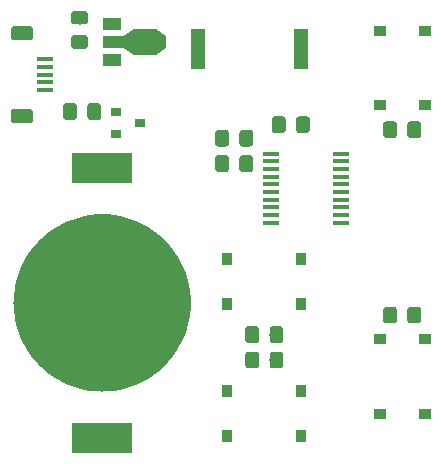
<source format=gbr>
G04 #@! TF.GenerationSoftware,KiCad,Pcbnew,5.1.4*
G04 #@! TF.CreationDate,2019-09-01T13:26:14+02:00*
G04 #@! TF.ProjectId,kroneum,6b726f6e-6575-46d2-9e6b-696361645f70,rev?*
G04 #@! TF.SameCoordinates,PX9eae8f0PY7ec80e0*
G04 #@! TF.FileFunction,Paste,Top*
G04 #@! TF.FilePolarity,Positive*
%FSLAX46Y46*%
G04 Gerber Fmt 4.6, Leading zero omitted, Abs format (unit mm)*
G04 Created by KiCad (PCBNEW 5.1.4) date 2019-09-01 13:26:14*
%MOMM*%
%LPD*%
G04 APERTURE LIST*
%ADD10C,0.020000*%
%ADD11C,1.200000*%
%ADD12R,1.350000X0.400000*%
%ADD13R,1.450000X0.400000*%
%ADD14C,1.000000*%
%ADD15R,1.840000X2.200000*%
%ADD16R,1.500000X1.000000*%
%ADD17R,1.800000X1.000000*%
%ADD18C,0.850000*%
%ADD19R,1.000000X0.850000*%
%ADD20C,1.150000*%
%ADD21R,0.900000X0.800000*%
%ADD22R,1.300000X3.400000*%
%ADD23R,0.850000X1.000000*%
%ADD24R,5.100000X2.500000*%
%ADD25C,15.000000*%
G04 APERTURE END LIST*
D10*
G04 #@! TO.C,J1*
G36*
X-38210595Y29588555D02*
G01*
X-38181473Y29584236D01*
X-38152915Y29577082D01*
X-38125195Y29567164D01*
X-38098581Y29554576D01*
X-38073329Y29539441D01*
X-38049682Y29521903D01*
X-38027868Y29502132D01*
X-38008097Y29480318D01*
X-37990559Y29456671D01*
X-37975424Y29431419D01*
X-37962836Y29404805D01*
X-37952918Y29377085D01*
X-37945764Y29348527D01*
X-37941445Y29319405D01*
X-37940000Y29290000D01*
X-37940000Y28690000D01*
X-37941445Y28660595D01*
X-37945764Y28631473D01*
X-37952918Y28602915D01*
X-37962836Y28575195D01*
X-37975424Y28548581D01*
X-37990559Y28523329D01*
X-38008097Y28499682D01*
X-38027868Y28477868D01*
X-38049682Y28458097D01*
X-38073329Y28440559D01*
X-38098581Y28425424D01*
X-38125195Y28412836D01*
X-38152915Y28402918D01*
X-38181473Y28395764D01*
X-38210595Y28391445D01*
X-38240000Y28390000D01*
X-39540000Y28390000D01*
X-39569405Y28391445D01*
X-39598527Y28395764D01*
X-39627085Y28402918D01*
X-39654805Y28412836D01*
X-39681419Y28425424D01*
X-39706671Y28440559D01*
X-39730318Y28458097D01*
X-39752132Y28477868D01*
X-39771903Y28499682D01*
X-39789441Y28523329D01*
X-39804576Y28548581D01*
X-39817164Y28575195D01*
X-39827082Y28602915D01*
X-39834236Y28631473D01*
X-39838555Y28660595D01*
X-39840000Y28690000D01*
X-39840000Y29290000D01*
X-39838555Y29319405D01*
X-39834236Y29348527D01*
X-39827082Y29377085D01*
X-39817164Y29404805D01*
X-39804576Y29431419D01*
X-39789441Y29456671D01*
X-39771903Y29480318D01*
X-39752132Y29502132D01*
X-39730318Y29521903D01*
X-39706671Y29539441D01*
X-39681419Y29554576D01*
X-39654805Y29567164D01*
X-39627085Y29577082D01*
X-39598527Y29584236D01*
X-39569405Y29588555D01*
X-39540000Y29590000D01*
X-38240000Y29590000D01*
X-38210595Y29588555D01*
X-38210595Y29588555D01*
G37*
D11*
X-38890000Y28990000D03*
D10*
G36*
X-38210595Y36588555D02*
G01*
X-38181473Y36584236D01*
X-38152915Y36577082D01*
X-38125195Y36567164D01*
X-38098581Y36554576D01*
X-38073329Y36539441D01*
X-38049682Y36521903D01*
X-38027868Y36502132D01*
X-38008097Y36480318D01*
X-37990559Y36456671D01*
X-37975424Y36431419D01*
X-37962836Y36404805D01*
X-37952918Y36377085D01*
X-37945764Y36348527D01*
X-37941445Y36319405D01*
X-37940000Y36290000D01*
X-37940000Y35690000D01*
X-37941445Y35660595D01*
X-37945764Y35631473D01*
X-37952918Y35602915D01*
X-37962836Y35575195D01*
X-37975424Y35548581D01*
X-37990559Y35523329D01*
X-38008097Y35499682D01*
X-38027868Y35477868D01*
X-38049682Y35458097D01*
X-38073329Y35440559D01*
X-38098581Y35425424D01*
X-38125195Y35412836D01*
X-38152915Y35402918D01*
X-38181473Y35395764D01*
X-38210595Y35391445D01*
X-38240000Y35390000D01*
X-39540000Y35390000D01*
X-39569405Y35391445D01*
X-39598527Y35395764D01*
X-39627085Y35402918D01*
X-39654805Y35412836D01*
X-39681419Y35425424D01*
X-39706671Y35440559D01*
X-39730318Y35458097D01*
X-39752132Y35477868D01*
X-39771903Y35499682D01*
X-39789441Y35523329D01*
X-39804576Y35548581D01*
X-39817164Y35575195D01*
X-39827082Y35602915D01*
X-39834236Y35631473D01*
X-39838555Y35660595D01*
X-39840000Y35690000D01*
X-39840000Y36290000D01*
X-39838555Y36319405D01*
X-39834236Y36348527D01*
X-39827082Y36377085D01*
X-39817164Y36404805D01*
X-39804576Y36431419D01*
X-39789441Y36456671D01*
X-39771903Y36480318D01*
X-39752132Y36502132D01*
X-39730318Y36521903D01*
X-39706671Y36539441D01*
X-39681419Y36554576D01*
X-39654805Y36567164D01*
X-39627085Y36577082D01*
X-39598527Y36584236D01*
X-39569405Y36588555D01*
X-39540000Y36590000D01*
X-38240000Y36590000D01*
X-38210595Y36588555D01*
X-38210595Y36588555D01*
G37*
D11*
X-38890000Y35990000D03*
D12*
X-36902500Y32490000D03*
X-36902500Y31840000D03*
X-36902500Y31190000D03*
X-36902500Y33790000D03*
X-36902500Y33140000D03*
G04 #@! TD*
D13*
G04 #@! TO.C,U1*
X-11865000Y19970000D03*
X-11865000Y20620000D03*
X-11865000Y21270000D03*
X-11865000Y21920000D03*
X-11865000Y22570000D03*
X-11865000Y23220000D03*
X-11865000Y23870000D03*
X-11865000Y24520000D03*
X-11865000Y25170000D03*
X-11865000Y25820000D03*
X-17765000Y25820000D03*
X-17765000Y25170000D03*
X-17765000Y24520000D03*
X-17765000Y23870000D03*
X-17765000Y23220000D03*
X-17765000Y22570000D03*
X-17765000Y21920000D03*
X-17765000Y21270000D03*
X-17765000Y20620000D03*
X-17765000Y19970000D03*
G04 #@! TD*
D14*
G04 #@! TO.C,U2*
X-29891200Y35280000D03*
D10*
G36*
X-29391200Y34180000D02*
G01*
X-30391200Y34880000D01*
X-30391200Y35680000D01*
X-29391200Y36380000D01*
X-29391200Y34180000D01*
X-29391200Y34180000D01*
G37*
D15*
X-28481500Y35280000D03*
D16*
X-31295000Y33780000D03*
D17*
X-31148500Y35280000D03*
D16*
X-31295000Y36780000D03*
D18*
X-27148000Y35280000D03*
D10*
G36*
X-27573000Y36380000D02*
G01*
X-26723000Y35780000D01*
X-26723000Y34780000D01*
X-27573000Y34180000D01*
X-27573000Y36380000D01*
X-27573000Y36380000D01*
G37*
G04 #@! TD*
D19*
G04 #@! TO.C,One*
X-4790000Y10090000D03*
X-4790000Y3790000D03*
X-8590000Y10090000D03*
X-8590000Y3790000D03*
G04 #@! TD*
D10*
G04 #@! TO.C,C1*
G36*
X-19540495Y25663796D02*
G01*
X-19516227Y25660196D01*
X-19492428Y25654235D01*
X-19469329Y25645970D01*
X-19447150Y25635480D01*
X-19426107Y25622868D01*
X-19406401Y25608253D01*
X-19388223Y25591777D01*
X-19371747Y25573599D01*
X-19357132Y25553893D01*
X-19344520Y25532850D01*
X-19334030Y25510671D01*
X-19325765Y25487572D01*
X-19319804Y25463773D01*
X-19316204Y25439505D01*
X-19315000Y25415001D01*
X-19315000Y24514999D01*
X-19316204Y24490495D01*
X-19319804Y24466227D01*
X-19325765Y24442428D01*
X-19334030Y24419329D01*
X-19344520Y24397150D01*
X-19357132Y24376107D01*
X-19371747Y24356401D01*
X-19388223Y24338223D01*
X-19406401Y24321747D01*
X-19426107Y24307132D01*
X-19447150Y24294520D01*
X-19469329Y24284030D01*
X-19492428Y24275765D01*
X-19516227Y24269804D01*
X-19540495Y24266204D01*
X-19564999Y24265000D01*
X-20215001Y24265000D01*
X-20239505Y24266204D01*
X-20263773Y24269804D01*
X-20287572Y24275765D01*
X-20310671Y24284030D01*
X-20332850Y24294520D01*
X-20353893Y24307132D01*
X-20373599Y24321747D01*
X-20391777Y24338223D01*
X-20408253Y24356401D01*
X-20422868Y24376107D01*
X-20435480Y24397150D01*
X-20445970Y24419329D01*
X-20454235Y24442428D01*
X-20460196Y24466227D01*
X-20463796Y24490495D01*
X-20465000Y24514999D01*
X-20465000Y25415001D01*
X-20463796Y25439505D01*
X-20460196Y25463773D01*
X-20454235Y25487572D01*
X-20445970Y25510671D01*
X-20435480Y25532850D01*
X-20422868Y25553893D01*
X-20408253Y25573599D01*
X-20391777Y25591777D01*
X-20373599Y25608253D01*
X-20353893Y25622868D01*
X-20332850Y25635480D01*
X-20310671Y25645970D01*
X-20287572Y25654235D01*
X-20263773Y25660196D01*
X-20239505Y25663796D01*
X-20215001Y25665000D01*
X-19564999Y25665000D01*
X-19540495Y25663796D01*
X-19540495Y25663796D01*
G37*
D20*
X-19890000Y24965000D03*
D10*
G36*
X-21590495Y25663796D02*
G01*
X-21566227Y25660196D01*
X-21542428Y25654235D01*
X-21519329Y25645970D01*
X-21497150Y25635480D01*
X-21476107Y25622868D01*
X-21456401Y25608253D01*
X-21438223Y25591777D01*
X-21421747Y25573599D01*
X-21407132Y25553893D01*
X-21394520Y25532850D01*
X-21384030Y25510671D01*
X-21375765Y25487572D01*
X-21369804Y25463773D01*
X-21366204Y25439505D01*
X-21365000Y25415001D01*
X-21365000Y24514999D01*
X-21366204Y24490495D01*
X-21369804Y24466227D01*
X-21375765Y24442428D01*
X-21384030Y24419329D01*
X-21394520Y24397150D01*
X-21407132Y24376107D01*
X-21421747Y24356401D01*
X-21438223Y24338223D01*
X-21456401Y24321747D01*
X-21476107Y24307132D01*
X-21497150Y24294520D01*
X-21519329Y24284030D01*
X-21542428Y24275765D01*
X-21566227Y24269804D01*
X-21590495Y24266204D01*
X-21614999Y24265000D01*
X-22265001Y24265000D01*
X-22289505Y24266204D01*
X-22313773Y24269804D01*
X-22337572Y24275765D01*
X-22360671Y24284030D01*
X-22382850Y24294520D01*
X-22403893Y24307132D01*
X-22423599Y24321747D01*
X-22441777Y24338223D01*
X-22458253Y24356401D01*
X-22472868Y24376107D01*
X-22485480Y24397150D01*
X-22495970Y24419329D01*
X-22504235Y24442428D01*
X-22510196Y24466227D01*
X-22513796Y24490495D01*
X-22515000Y24514999D01*
X-22515000Y25415001D01*
X-22513796Y25439505D01*
X-22510196Y25463773D01*
X-22504235Y25487572D01*
X-22495970Y25510671D01*
X-22485480Y25532850D01*
X-22472868Y25553893D01*
X-22458253Y25573599D01*
X-22441777Y25591777D01*
X-22423599Y25608253D01*
X-22403893Y25622868D01*
X-22382850Y25635480D01*
X-22360671Y25645970D01*
X-22337572Y25654235D01*
X-22313773Y25660196D01*
X-22289505Y25663796D01*
X-22265001Y25665000D01*
X-21614999Y25665000D01*
X-21590495Y25663796D01*
X-21590495Y25663796D01*
G37*
D20*
X-21940000Y24965000D03*
G04 #@! TD*
D10*
G04 #@! TO.C,C3*
G36*
X-21590495Y27813796D02*
G01*
X-21566227Y27810196D01*
X-21542428Y27804235D01*
X-21519329Y27795970D01*
X-21497150Y27785480D01*
X-21476107Y27772868D01*
X-21456401Y27758253D01*
X-21438223Y27741777D01*
X-21421747Y27723599D01*
X-21407132Y27703893D01*
X-21394520Y27682850D01*
X-21384030Y27660671D01*
X-21375765Y27637572D01*
X-21369804Y27613773D01*
X-21366204Y27589505D01*
X-21365000Y27565001D01*
X-21365000Y26664999D01*
X-21366204Y26640495D01*
X-21369804Y26616227D01*
X-21375765Y26592428D01*
X-21384030Y26569329D01*
X-21394520Y26547150D01*
X-21407132Y26526107D01*
X-21421747Y26506401D01*
X-21438223Y26488223D01*
X-21456401Y26471747D01*
X-21476107Y26457132D01*
X-21497150Y26444520D01*
X-21519329Y26434030D01*
X-21542428Y26425765D01*
X-21566227Y26419804D01*
X-21590495Y26416204D01*
X-21614999Y26415000D01*
X-22265001Y26415000D01*
X-22289505Y26416204D01*
X-22313773Y26419804D01*
X-22337572Y26425765D01*
X-22360671Y26434030D01*
X-22382850Y26444520D01*
X-22403893Y26457132D01*
X-22423599Y26471747D01*
X-22441777Y26488223D01*
X-22458253Y26506401D01*
X-22472868Y26526107D01*
X-22485480Y26547150D01*
X-22495970Y26569329D01*
X-22504235Y26592428D01*
X-22510196Y26616227D01*
X-22513796Y26640495D01*
X-22515000Y26664999D01*
X-22515000Y27565001D01*
X-22513796Y27589505D01*
X-22510196Y27613773D01*
X-22504235Y27637572D01*
X-22495970Y27660671D01*
X-22485480Y27682850D01*
X-22472868Y27703893D01*
X-22458253Y27723599D01*
X-22441777Y27741777D01*
X-22423599Y27758253D01*
X-22403893Y27772868D01*
X-22382850Y27785480D01*
X-22360671Y27795970D01*
X-22337572Y27804235D01*
X-22313773Y27810196D01*
X-22289505Y27813796D01*
X-22265001Y27815000D01*
X-21614999Y27815000D01*
X-21590495Y27813796D01*
X-21590495Y27813796D01*
G37*
D20*
X-21940000Y27115000D03*
D10*
G36*
X-19540495Y27813796D02*
G01*
X-19516227Y27810196D01*
X-19492428Y27804235D01*
X-19469329Y27795970D01*
X-19447150Y27785480D01*
X-19426107Y27772868D01*
X-19406401Y27758253D01*
X-19388223Y27741777D01*
X-19371747Y27723599D01*
X-19357132Y27703893D01*
X-19344520Y27682850D01*
X-19334030Y27660671D01*
X-19325765Y27637572D01*
X-19319804Y27613773D01*
X-19316204Y27589505D01*
X-19315000Y27565001D01*
X-19315000Y26664999D01*
X-19316204Y26640495D01*
X-19319804Y26616227D01*
X-19325765Y26592428D01*
X-19334030Y26569329D01*
X-19344520Y26547150D01*
X-19357132Y26526107D01*
X-19371747Y26506401D01*
X-19388223Y26488223D01*
X-19406401Y26471747D01*
X-19426107Y26457132D01*
X-19447150Y26444520D01*
X-19469329Y26434030D01*
X-19492428Y26425765D01*
X-19516227Y26419804D01*
X-19540495Y26416204D01*
X-19564999Y26415000D01*
X-20215001Y26415000D01*
X-20239505Y26416204D01*
X-20263773Y26419804D01*
X-20287572Y26425765D01*
X-20310671Y26434030D01*
X-20332850Y26444520D01*
X-20353893Y26457132D01*
X-20373599Y26471747D01*
X-20391777Y26488223D01*
X-20408253Y26506401D01*
X-20422868Y26526107D01*
X-20435480Y26547150D01*
X-20445970Y26569329D01*
X-20454235Y26592428D01*
X-20460196Y26616227D01*
X-20463796Y26640495D01*
X-20465000Y26664999D01*
X-20465000Y27565001D01*
X-20463796Y27589505D01*
X-20460196Y27613773D01*
X-20454235Y27637572D01*
X-20445970Y27660671D01*
X-20435480Y27682850D01*
X-20422868Y27703893D01*
X-20408253Y27723599D01*
X-20391777Y27741777D01*
X-20373599Y27758253D01*
X-20353893Y27772868D01*
X-20332850Y27785480D01*
X-20310671Y27795970D01*
X-20287572Y27804235D01*
X-20263773Y27810196D01*
X-20239505Y27813796D01*
X-20215001Y27815000D01*
X-19564999Y27815000D01*
X-19540495Y27813796D01*
X-19540495Y27813796D01*
G37*
D20*
X-19890000Y27115000D03*
G04 #@! TD*
D10*
G04 #@! TO.C,C7*
G36*
X-16990495Y9038796D02*
G01*
X-16966227Y9035196D01*
X-16942428Y9029235D01*
X-16919329Y9020970D01*
X-16897150Y9010480D01*
X-16876107Y8997868D01*
X-16856401Y8983253D01*
X-16838223Y8966777D01*
X-16821747Y8948599D01*
X-16807132Y8928893D01*
X-16794520Y8907850D01*
X-16784030Y8885671D01*
X-16775765Y8862572D01*
X-16769804Y8838773D01*
X-16766204Y8814505D01*
X-16765000Y8790001D01*
X-16765000Y7889999D01*
X-16766204Y7865495D01*
X-16769804Y7841227D01*
X-16775765Y7817428D01*
X-16784030Y7794329D01*
X-16794520Y7772150D01*
X-16807132Y7751107D01*
X-16821747Y7731401D01*
X-16838223Y7713223D01*
X-16856401Y7696747D01*
X-16876107Y7682132D01*
X-16897150Y7669520D01*
X-16919329Y7659030D01*
X-16942428Y7650765D01*
X-16966227Y7644804D01*
X-16990495Y7641204D01*
X-17014999Y7640000D01*
X-17665001Y7640000D01*
X-17689505Y7641204D01*
X-17713773Y7644804D01*
X-17737572Y7650765D01*
X-17760671Y7659030D01*
X-17782850Y7669520D01*
X-17803893Y7682132D01*
X-17823599Y7696747D01*
X-17841777Y7713223D01*
X-17858253Y7731401D01*
X-17872868Y7751107D01*
X-17885480Y7772150D01*
X-17895970Y7794329D01*
X-17904235Y7817428D01*
X-17910196Y7841227D01*
X-17913796Y7865495D01*
X-17915000Y7889999D01*
X-17915000Y8790001D01*
X-17913796Y8814505D01*
X-17910196Y8838773D01*
X-17904235Y8862572D01*
X-17895970Y8885671D01*
X-17885480Y8907850D01*
X-17872868Y8928893D01*
X-17858253Y8948599D01*
X-17841777Y8966777D01*
X-17823599Y8983253D01*
X-17803893Y8997868D01*
X-17782850Y9010480D01*
X-17760671Y9020970D01*
X-17737572Y9029235D01*
X-17713773Y9035196D01*
X-17689505Y9038796D01*
X-17665001Y9040000D01*
X-17014999Y9040000D01*
X-16990495Y9038796D01*
X-16990495Y9038796D01*
G37*
D20*
X-17340000Y8340000D03*
D10*
G36*
X-19040495Y9038796D02*
G01*
X-19016227Y9035196D01*
X-18992428Y9029235D01*
X-18969329Y9020970D01*
X-18947150Y9010480D01*
X-18926107Y8997868D01*
X-18906401Y8983253D01*
X-18888223Y8966777D01*
X-18871747Y8948599D01*
X-18857132Y8928893D01*
X-18844520Y8907850D01*
X-18834030Y8885671D01*
X-18825765Y8862572D01*
X-18819804Y8838773D01*
X-18816204Y8814505D01*
X-18815000Y8790001D01*
X-18815000Y7889999D01*
X-18816204Y7865495D01*
X-18819804Y7841227D01*
X-18825765Y7817428D01*
X-18834030Y7794329D01*
X-18844520Y7772150D01*
X-18857132Y7751107D01*
X-18871747Y7731401D01*
X-18888223Y7713223D01*
X-18906401Y7696747D01*
X-18926107Y7682132D01*
X-18947150Y7669520D01*
X-18969329Y7659030D01*
X-18992428Y7650765D01*
X-19016227Y7644804D01*
X-19040495Y7641204D01*
X-19064999Y7640000D01*
X-19715001Y7640000D01*
X-19739505Y7641204D01*
X-19763773Y7644804D01*
X-19787572Y7650765D01*
X-19810671Y7659030D01*
X-19832850Y7669520D01*
X-19853893Y7682132D01*
X-19873599Y7696747D01*
X-19891777Y7713223D01*
X-19908253Y7731401D01*
X-19922868Y7751107D01*
X-19935480Y7772150D01*
X-19945970Y7794329D01*
X-19954235Y7817428D01*
X-19960196Y7841227D01*
X-19963796Y7865495D01*
X-19965000Y7889999D01*
X-19965000Y8790001D01*
X-19963796Y8814505D01*
X-19960196Y8838773D01*
X-19954235Y8862572D01*
X-19945970Y8885671D01*
X-19935480Y8907850D01*
X-19922868Y8928893D01*
X-19908253Y8948599D01*
X-19891777Y8966777D01*
X-19873599Y8983253D01*
X-19853893Y8997868D01*
X-19832850Y9010480D01*
X-19810671Y9020970D01*
X-19787572Y9029235D01*
X-19763773Y9035196D01*
X-19739505Y9038796D01*
X-19715001Y9040000D01*
X-19064999Y9040000D01*
X-19040495Y9038796D01*
X-19040495Y9038796D01*
G37*
D20*
X-19390000Y8340000D03*
G04 #@! TD*
D10*
G04 #@! TO.C,C8*
G36*
X-7365495Y12838796D02*
G01*
X-7341227Y12835196D01*
X-7317428Y12829235D01*
X-7294329Y12820970D01*
X-7272150Y12810480D01*
X-7251107Y12797868D01*
X-7231401Y12783253D01*
X-7213223Y12766777D01*
X-7196747Y12748599D01*
X-7182132Y12728893D01*
X-7169520Y12707850D01*
X-7159030Y12685671D01*
X-7150765Y12662572D01*
X-7144804Y12638773D01*
X-7141204Y12614505D01*
X-7140000Y12590001D01*
X-7140000Y11689999D01*
X-7141204Y11665495D01*
X-7144804Y11641227D01*
X-7150765Y11617428D01*
X-7159030Y11594329D01*
X-7169520Y11572150D01*
X-7182132Y11551107D01*
X-7196747Y11531401D01*
X-7213223Y11513223D01*
X-7231401Y11496747D01*
X-7251107Y11482132D01*
X-7272150Y11469520D01*
X-7294329Y11459030D01*
X-7317428Y11450765D01*
X-7341227Y11444804D01*
X-7365495Y11441204D01*
X-7389999Y11440000D01*
X-8040001Y11440000D01*
X-8064505Y11441204D01*
X-8088773Y11444804D01*
X-8112572Y11450765D01*
X-8135671Y11459030D01*
X-8157850Y11469520D01*
X-8178893Y11482132D01*
X-8198599Y11496747D01*
X-8216777Y11513223D01*
X-8233253Y11531401D01*
X-8247868Y11551107D01*
X-8260480Y11572150D01*
X-8270970Y11594329D01*
X-8279235Y11617428D01*
X-8285196Y11641227D01*
X-8288796Y11665495D01*
X-8290000Y11689999D01*
X-8290000Y12590001D01*
X-8288796Y12614505D01*
X-8285196Y12638773D01*
X-8279235Y12662572D01*
X-8270970Y12685671D01*
X-8260480Y12707850D01*
X-8247868Y12728893D01*
X-8233253Y12748599D01*
X-8216777Y12766777D01*
X-8198599Y12783253D01*
X-8178893Y12797868D01*
X-8157850Y12810480D01*
X-8135671Y12820970D01*
X-8112572Y12829235D01*
X-8088773Y12835196D01*
X-8064505Y12838796D01*
X-8040001Y12840000D01*
X-7389999Y12840000D01*
X-7365495Y12838796D01*
X-7365495Y12838796D01*
G37*
D20*
X-7715000Y12140000D03*
D10*
G36*
X-5315495Y12838796D02*
G01*
X-5291227Y12835196D01*
X-5267428Y12829235D01*
X-5244329Y12820970D01*
X-5222150Y12810480D01*
X-5201107Y12797868D01*
X-5181401Y12783253D01*
X-5163223Y12766777D01*
X-5146747Y12748599D01*
X-5132132Y12728893D01*
X-5119520Y12707850D01*
X-5109030Y12685671D01*
X-5100765Y12662572D01*
X-5094804Y12638773D01*
X-5091204Y12614505D01*
X-5090000Y12590001D01*
X-5090000Y11689999D01*
X-5091204Y11665495D01*
X-5094804Y11641227D01*
X-5100765Y11617428D01*
X-5109030Y11594329D01*
X-5119520Y11572150D01*
X-5132132Y11551107D01*
X-5146747Y11531401D01*
X-5163223Y11513223D01*
X-5181401Y11496747D01*
X-5201107Y11482132D01*
X-5222150Y11469520D01*
X-5244329Y11459030D01*
X-5267428Y11450765D01*
X-5291227Y11444804D01*
X-5315495Y11441204D01*
X-5339999Y11440000D01*
X-5990001Y11440000D01*
X-6014505Y11441204D01*
X-6038773Y11444804D01*
X-6062572Y11450765D01*
X-6085671Y11459030D01*
X-6107850Y11469520D01*
X-6128893Y11482132D01*
X-6148599Y11496747D01*
X-6166777Y11513223D01*
X-6183253Y11531401D01*
X-6197868Y11551107D01*
X-6210480Y11572150D01*
X-6220970Y11594329D01*
X-6229235Y11617428D01*
X-6235196Y11641227D01*
X-6238796Y11665495D01*
X-6240000Y11689999D01*
X-6240000Y12590001D01*
X-6238796Y12614505D01*
X-6235196Y12638773D01*
X-6229235Y12662572D01*
X-6220970Y12685671D01*
X-6210480Y12707850D01*
X-6197868Y12728893D01*
X-6183253Y12748599D01*
X-6166777Y12766777D01*
X-6148599Y12783253D01*
X-6128893Y12797868D01*
X-6107850Y12810480D01*
X-6085671Y12820970D01*
X-6062572Y12829235D01*
X-6038773Y12835196D01*
X-6014505Y12838796D01*
X-5990001Y12840000D01*
X-5339999Y12840000D01*
X-5315495Y12838796D01*
X-5315495Y12838796D01*
G37*
D20*
X-5665000Y12140000D03*
G04 #@! TD*
D10*
G04 #@! TO.C,C9*
G36*
X-5315495Y28538796D02*
G01*
X-5291227Y28535196D01*
X-5267428Y28529235D01*
X-5244329Y28520970D01*
X-5222150Y28510480D01*
X-5201107Y28497868D01*
X-5181401Y28483253D01*
X-5163223Y28466777D01*
X-5146747Y28448599D01*
X-5132132Y28428893D01*
X-5119520Y28407850D01*
X-5109030Y28385671D01*
X-5100765Y28362572D01*
X-5094804Y28338773D01*
X-5091204Y28314505D01*
X-5090000Y28290001D01*
X-5090000Y27389999D01*
X-5091204Y27365495D01*
X-5094804Y27341227D01*
X-5100765Y27317428D01*
X-5109030Y27294329D01*
X-5119520Y27272150D01*
X-5132132Y27251107D01*
X-5146747Y27231401D01*
X-5163223Y27213223D01*
X-5181401Y27196747D01*
X-5201107Y27182132D01*
X-5222150Y27169520D01*
X-5244329Y27159030D01*
X-5267428Y27150765D01*
X-5291227Y27144804D01*
X-5315495Y27141204D01*
X-5339999Y27140000D01*
X-5990001Y27140000D01*
X-6014505Y27141204D01*
X-6038773Y27144804D01*
X-6062572Y27150765D01*
X-6085671Y27159030D01*
X-6107850Y27169520D01*
X-6128893Y27182132D01*
X-6148599Y27196747D01*
X-6166777Y27213223D01*
X-6183253Y27231401D01*
X-6197868Y27251107D01*
X-6210480Y27272150D01*
X-6220970Y27294329D01*
X-6229235Y27317428D01*
X-6235196Y27341227D01*
X-6238796Y27365495D01*
X-6240000Y27389999D01*
X-6240000Y28290001D01*
X-6238796Y28314505D01*
X-6235196Y28338773D01*
X-6229235Y28362572D01*
X-6220970Y28385671D01*
X-6210480Y28407850D01*
X-6197868Y28428893D01*
X-6183253Y28448599D01*
X-6166777Y28466777D01*
X-6148599Y28483253D01*
X-6128893Y28497868D01*
X-6107850Y28510480D01*
X-6085671Y28520970D01*
X-6062572Y28529235D01*
X-6038773Y28535196D01*
X-6014505Y28538796D01*
X-5990001Y28540000D01*
X-5339999Y28540000D01*
X-5315495Y28538796D01*
X-5315495Y28538796D01*
G37*
D20*
X-5665000Y27840000D03*
D10*
G36*
X-7365495Y28538796D02*
G01*
X-7341227Y28535196D01*
X-7317428Y28529235D01*
X-7294329Y28520970D01*
X-7272150Y28510480D01*
X-7251107Y28497868D01*
X-7231401Y28483253D01*
X-7213223Y28466777D01*
X-7196747Y28448599D01*
X-7182132Y28428893D01*
X-7169520Y28407850D01*
X-7159030Y28385671D01*
X-7150765Y28362572D01*
X-7144804Y28338773D01*
X-7141204Y28314505D01*
X-7140000Y28290001D01*
X-7140000Y27389999D01*
X-7141204Y27365495D01*
X-7144804Y27341227D01*
X-7150765Y27317428D01*
X-7159030Y27294329D01*
X-7169520Y27272150D01*
X-7182132Y27251107D01*
X-7196747Y27231401D01*
X-7213223Y27213223D01*
X-7231401Y27196747D01*
X-7251107Y27182132D01*
X-7272150Y27169520D01*
X-7294329Y27159030D01*
X-7317428Y27150765D01*
X-7341227Y27144804D01*
X-7365495Y27141204D01*
X-7389999Y27140000D01*
X-8040001Y27140000D01*
X-8064505Y27141204D01*
X-8088773Y27144804D01*
X-8112572Y27150765D01*
X-8135671Y27159030D01*
X-8157850Y27169520D01*
X-8178893Y27182132D01*
X-8198599Y27196747D01*
X-8216777Y27213223D01*
X-8233253Y27231401D01*
X-8247868Y27251107D01*
X-8260480Y27272150D01*
X-8270970Y27294329D01*
X-8279235Y27317428D01*
X-8285196Y27341227D01*
X-8288796Y27365495D01*
X-8290000Y27389999D01*
X-8290000Y28290001D01*
X-8288796Y28314505D01*
X-8285196Y28338773D01*
X-8279235Y28362572D01*
X-8270970Y28385671D01*
X-8260480Y28407850D01*
X-8247868Y28428893D01*
X-8233253Y28448599D01*
X-8216777Y28466777D01*
X-8198599Y28483253D01*
X-8178893Y28497868D01*
X-8157850Y28510480D01*
X-8135671Y28520970D01*
X-8112572Y28529235D01*
X-8088773Y28535196D01*
X-8064505Y28538796D01*
X-8040001Y28540000D01*
X-7389999Y28540000D01*
X-7365495Y28538796D01*
X-7365495Y28538796D01*
G37*
D20*
X-7715000Y27840000D03*
G04 #@! TD*
D10*
G04 #@! TO.C,R1*
G36*
X-14740495Y28963796D02*
G01*
X-14716227Y28960196D01*
X-14692428Y28954235D01*
X-14669329Y28945970D01*
X-14647150Y28935480D01*
X-14626107Y28922868D01*
X-14606401Y28908253D01*
X-14588223Y28891777D01*
X-14571747Y28873599D01*
X-14557132Y28853893D01*
X-14544520Y28832850D01*
X-14534030Y28810671D01*
X-14525765Y28787572D01*
X-14519804Y28763773D01*
X-14516204Y28739505D01*
X-14515000Y28715001D01*
X-14515000Y27814999D01*
X-14516204Y27790495D01*
X-14519804Y27766227D01*
X-14525765Y27742428D01*
X-14534030Y27719329D01*
X-14544520Y27697150D01*
X-14557132Y27676107D01*
X-14571747Y27656401D01*
X-14588223Y27638223D01*
X-14606401Y27621747D01*
X-14626107Y27607132D01*
X-14647150Y27594520D01*
X-14669329Y27584030D01*
X-14692428Y27575765D01*
X-14716227Y27569804D01*
X-14740495Y27566204D01*
X-14764999Y27565000D01*
X-15415001Y27565000D01*
X-15439505Y27566204D01*
X-15463773Y27569804D01*
X-15487572Y27575765D01*
X-15510671Y27584030D01*
X-15532850Y27594520D01*
X-15553893Y27607132D01*
X-15573599Y27621747D01*
X-15591777Y27638223D01*
X-15608253Y27656401D01*
X-15622868Y27676107D01*
X-15635480Y27697150D01*
X-15645970Y27719329D01*
X-15654235Y27742428D01*
X-15660196Y27766227D01*
X-15663796Y27790495D01*
X-15665000Y27814999D01*
X-15665000Y28715001D01*
X-15663796Y28739505D01*
X-15660196Y28763773D01*
X-15654235Y28787572D01*
X-15645970Y28810671D01*
X-15635480Y28832850D01*
X-15622868Y28853893D01*
X-15608253Y28873599D01*
X-15591777Y28891777D01*
X-15573599Y28908253D01*
X-15553893Y28922868D01*
X-15532850Y28935480D01*
X-15510671Y28945970D01*
X-15487572Y28954235D01*
X-15463773Y28960196D01*
X-15439505Y28963796D01*
X-15415001Y28965000D01*
X-14764999Y28965000D01*
X-14740495Y28963796D01*
X-14740495Y28963796D01*
G37*
D20*
X-15090000Y28265000D03*
D10*
G36*
X-16790495Y28963796D02*
G01*
X-16766227Y28960196D01*
X-16742428Y28954235D01*
X-16719329Y28945970D01*
X-16697150Y28935480D01*
X-16676107Y28922868D01*
X-16656401Y28908253D01*
X-16638223Y28891777D01*
X-16621747Y28873599D01*
X-16607132Y28853893D01*
X-16594520Y28832850D01*
X-16584030Y28810671D01*
X-16575765Y28787572D01*
X-16569804Y28763773D01*
X-16566204Y28739505D01*
X-16565000Y28715001D01*
X-16565000Y27814999D01*
X-16566204Y27790495D01*
X-16569804Y27766227D01*
X-16575765Y27742428D01*
X-16584030Y27719329D01*
X-16594520Y27697150D01*
X-16607132Y27676107D01*
X-16621747Y27656401D01*
X-16638223Y27638223D01*
X-16656401Y27621747D01*
X-16676107Y27607132D01*
X-16697150Y27594520D01*
X-16719329Y27584030D01*
X-16742428Y27575765D01*
X-16766227Y27569804D01*
X-16790495Y27566204D01*
X-16814999Y27565000D01*
X-17465001Y27565000D01*
X-17489505Y27566204D01*
X-17513773Y27569804D01*
X-17537572Y27575765D01*
X-17560671Y27584030D01*
X-17582850Y27594520D01*
X-17603893Y27607132D01*
X-17623599Y27621747D01*
X-17641777Y27638223D01*
X-17658253Y27656401D01*
X-17672868Y27676107D01*
X-17685480Y27697150D01*
X-17695970Y27719329D01*
X-17704235Y27742428D01*
X-17710196Y27766227D01*
X-17713796Y27790495D01*
X-17715000Y27814999D01*
X-17715000Y28715001D01*
X-17713796Y28739505D01*
X-17710196Y28763773D01*
X-17704235Y28787572D01*
X-17695970Y28810671D01*
X-17685480Y28832850D01*
X-17672868Y28853893D01*
X-17658253Y28873599D01*
X-17641777Y28891777D01*
X-17623599Y28908253D01*
X-17603893Y28922868D01*
X-17582850Y28935480D01*
X-17560671Y28945970D01*
X-17537572Y28954235D01*
X-17513773Y28960196D01*
X-17489505Y28963796D01*
X-17465001Y28965000D01*
X-16814999Y28965000D01*
X-16790495Y28963796D01*
X-16790495Y28963796D01*
G37*
D20*
X-17140000Y28265000D03*
G04 #@! TD*
D10*
G04 #@! TO.C,R2*
G36*
X-16990495Y11188796D02*
G01*
X-16966227Y11185196D01*
X-16942428Y11179235D01*
X-16919329Y11170970D01*
X-16897150Y11160480D01*
X-16876107Y11147868D01*
X-16856401Y11133253D01*
X-16838223Y11116777D01*
X-16821747Y11098599D01*
X-16807132Y11078893D01*
X-16794520Y11057850D01*
X-16784030Y11035671D01*
X-16775765Y11012572D01*
X-16769804Y10988773D01*
X-16766204Y10964505D01*
X-16765000Y10940001D01*
X-16765000Y10039999D01*
X-16766204Y10015495D01*
X-16769804Y9991227D01*
X-16775765Y9967428D01*
X-16784030Y9944329D01*
X-16794520Y9922150D01*
X-16807132Y9901107D01*
X-16821747Y9881401D01*
X-16838223Y9863223D01*
X-16856401Y9846747D01*
X-16876107Y9832132D01*
X-16897150Y9819520D01*
X-16919329Y9809030D01*
X-16942428Y9800765D01*
X-16966227Y9794804D01*
X-16990495Y9791204D01*
X-17014999Y9790000D01*
X-17665001Y9790000D01*
X-17689505Y9791204D01*
X-17713773Y9794804D01*
X-17737572Y9800765D01*
X-17760671Y9809030D01*
X-17782850Y9819520D01*
X-17803893Y9832132D01*
X-17823599Y9846747D01*
X-17841777Y9863223D01*
X-17858253Y9881401D01*
X-17872868Y9901107D01*
X-17885480Y9922150D01*
X-17895970Y9944329D01*
X-17904235Y9967428D01*
X-17910196Y9991227D01*
X-17913796Y10015495D01*
X-17915000Y10039999D01*
X-17915000Y10940001D01*
X-17913796Y10964505D01*
X-17910196Y10988773D01*
X-17904235Y11012572D01*
X-17895970Y11035671D01*
X-17885480Y11057850D01*
X-17872868Y11078893D01*
X-17858253Y11098599D01*
X-17841777Y11116777D01*
X-17823599Y11133253D01*
X-17803893Y11147868D01*
X-17782850Y11160480D01*
X-17760671Y11170970D01*
X-17737572Y11179235D01*
X-17713773Y11185196D01*
X-17689505Y11188796D01*
X-17665001Y11190000D01*
X-17014999Y11190000D01*
X-16990495Y11188796D01*
X-16990495Y11188796D01*
G37*
D20*
X-17340000Y10490000D03*
D10*
G36*
X-19040495Y11188796D02*
G01*
X-19016227Y11185196D01*
X-18992428Y11179235D01*
X-18969329Y11170970D01*
X-18947150Y11160480D01*
X-18926107Y11147868D01*
X-18906401Y11133253D01*
X-18888223Y11116777D01*
X-18871747Y11098599D01*
X-18857132Y11078893D01*
X-18844520Y11057850D01*
X-18834030Y11035671D01*
X-18825765Y11012572D01*
X-18819804Y10988773D01*
X-18816204Y10964505D01*
X-18815000Y10940001D01*
X-18815000Y10039999D01*
X-18816204Y10015495D01*
X-18819804Y9991227D01*
X-18825765Y9967428D01*
X-18834030Y9944329D01*
X-18844520Y9922150D01*
X-18857132Y9901107D01*
X-18871747Y9881401D01*
X-18888223Y9863223D01*
X-18906401Y9846747D01*
X-18926107Y9832132D01*
X-18947150Y9819520D01*
X-18969329Y9809030D01*
X-18992428Y9800765D01*
X-19016227Y9794804D01*
X-19040495Y9791204D01*
X-19064999Y9790000D01*
X-19715001Y9790000D01*
X-19739505Y9791204D01*
X-19763773Y9794804D01*
X-19787572Y9800765D01*
X-19810671Y9809030D01*
X-19832850Y9819520D01*
X-19853893Y9832132D01*
X-19873599Y9846747D01*
X-19891777Y9863223D01*
X-19908253Y9881401D01*
X-19922868Y9901107D01*
X-19935480Y9922150D01*
X-19945970Y9944329D01*
X-19954235Y9967428D01*
X-19960196Y9991227D01*
X-19963796Y10015495D01*
X-19965000Y10039999D01*
X-19965000Y10940001D01*
X-19963796Y10964505D01*
X-19960196Y10988773D01*
X-19954235Y11012572D01*
X-19945970Y11035671D01*
X-19935480Y11057850D01*
X-19922868Y11078893D01*
X-19908253Y11098599D01*
X-19891777Y11116777D01*
X-19873599Y11133253D01*
X-19853893Y11147868D01*
X-19832850Y11160480D01*
X-19810671Y11170970D01*
X-19787572Y11179235D01*
X-19763773Y11185196D01*
X-19739505Y11188796D01*
X-19715001Y11190000D01*
X-19064999Y11190000D01*
X-19040495Y11188796D01*
X-19040495Y11188796D01*
G37*
D20*
X-19390000Y10490000D03*
G04 #@! TD*
D21*
G04 #@! TO.C,D1*
X-30915000Y29370000D03*
X-30915000Y27470000D03*
X-28915000Y28420000D03*
G04 #@! TD*
D22*
G04 #@! TO.C,BZ1*
X-15265000Y34690000D03*
X-23965000Y34690000D03*
G04 #@! TD*
D23*
G04 #@! TO.C,Reset*
X-21515000Y5740000D03*
X-15215000Y5740000D03*
X-21515000Y1940000D03*
X-15215000Y1940000D03*
G04 #@! TD*
D19*
G04 #@! TO.C,Ten*
X-8590000Y29890000D03*
X-8590000Y36190000D03*
X-4790000Y29890000D03*
X-4790000Y36190000D03*
G04 #@! TD*
D23*
G04 #@! TO.C,Boot*
X-15215000Y13090000D03*
X-21515000Y13090000D03*
X-15215000Y16890000D03*
X-21515000Y16890000D03*
G04 #@! TD*
D10*
G04 #@! TO.C,C2*
G36*
X-33530495Y37898796D02*
G01*
X-33506227Y37895196D01*
X-33482428Y37889235D01*
X-33459329Y37880970D01*
X-33437150Y37870480D01*
X-33416107Y37857868D01*
X-33396401Y37843253D01*
X-33378223Y37826777D01*
X-33361747Y37808599D01*
X-33347132Y37788893D01*
X-33334520Y37767850D01*
X-33324030Y37745671D01*
X-33315765Y37722572D01*
X-33309804Y37698773D01*
X-33306204Y37674505D01*
X-33305000Y37650001D01*
X-33305000Y36999999D01*
X-33306204Y36975495D01*
X-33309804Y36951227D01*
X-33315765Y36927428D01*
X-33324030Y36904329D01*
X-33334520Y36882150D01*
X-33347132Y36861107D01*
X-33361747Y36841401D01*
X-33378223Y36823223D01*
X-33396401Y36806747D01*
X-33416107Y36792132D01*
X-33437150Y36779520D01*
X-33459329Y36769030D01*
X-33482428Y36760765D01*
X-33506227Y36754804D01*
X-33530495Y36751204D01*
X-33554999Y36750000D01*
X-34455001Y36750000D01*
X-34479505Y36751204D01*
X-34503773Y36754804D01*
X-34527572Y36760765D01*
X-34550671Y36769030D01*
X-34572850Y36779520D01*
X-34593893Y36792132D01*
X-34613599Y36806747D01*
X-34631777Y36823223D01*
X-34648253Y36841401D01*
X-34662868Y36861107D01*
X-34675480Y36882150D01*
X-34685970Y36904329D01*
X-34694235Y36927428D01*
X-34700196Y36951227D01*
X-34703796Y36975495D01*
X-34705000Y36999999D01*
X-34705000Y37650001D01*
X-34703796Y37674505D01*
X-34700196Y37698773D01*
X-34694235Y37722572D01*
X-34685970Y37745671D01*
X-34675480Y37767850D01*
X-34662868Y37788893D01*
X-34648253Y37808599D01*
X-34631777Y37826777D01*
X-34613599Y37843253D01*
X-34593893Y37857868D01*
X-34572850Y37870480D01*
X-34550671Y37880970D01*
X-34527572Y37889235D01*
X-34503773Y37895196D01*
X-34479505Y37898796D01*
X-34455001Y37900000D01*
X-33554999Y37900000D01*
X-33530495Y37898796D01*
X-33530495Y37898796D01*
G37*
D20*
X-34005000Y37325000D03*
D10*
G36*
X-33530495Y35848796D02*
G01*
X-33506227Y35845196D01*
X-33482428Y35839235D01*
X-33459329Y35830970D01*
X-33437150Y35820480D01*
X-33416107Y35807868D01*
X-33396401Y35793253D01*
X-33378223Y35776777D01*
X-33361747Y35758599D01*
X-33347132Y35738893D01*
X-33334520Y35717850D01*
X-33324030Y35695671D01*
X-33315765Y35672572D01*
X-33309804Y35648773D01*
X-33306204Y35624505D01*
X-33305000Y35600001D01*
X-33305000Y34949999D01*
X-33306204Y34925495D01*
X-33309804Y34901227D01*
X-33315765Y34877428D01*
X-33324030Y34854329D01*
X-33334520Y34832150D01*
X-33347132Y34811107D01*
X-33361747Y34791401D01*
X-33378223Y34773223D01*
X-33396401Y34756747D01*
X-33416107Y34742132D01*
X-33437150Y34729520D01*
X-33459329Y34719030D01*
X-33482428Y34710765D01*
X-33506227Y34704804D01*
X-33530495Y34701204D01*
X-33554999Y34700000D01*
X-34455001Y34700000D01*
X-34479505Y34701204D01*
X-34503773Y34704804D01*
X-34527572Y34710765D01*
X-34550671Y34719030D01*
X-34572850Y34729520D01*
X-34593893Y34742132D01*
X-34613599Y34756747D01*
X-34631777Y34773223D01*
X-34648253Y34791401D01*
X-34662868Y34811107D01*
X-34675480Y34832150D01*
X-34685970Y34854329D01*
X-34694235Y34877428D01*
X-34700196Y34901227D01*
X-34703796Y34925495D01*
X-34705000Y34949999D01*
X-34705000Y35600001D01*
X-34703796Y35624505D01*
X-34700196Y35648773D01*
X-34694235Y35672572D01*
X-34685970Y35695671D01*
X-34675480Y35717850D01*
X-34662868Y35738893D01*
X-34648253Y35758599D01*
X-34631777Y35776777D01*
X-34613599Y35793253D01*
X-34593893Y35807868D01*
X-34572850Y35820480D01*
X-34550671Y35830970D01*
X-34527572Y35839235D01*
X-34503773Y35845196D01*
X-34479505Y35848796D01*
X-34455001Y35850000D01*
X-33554999Y35850000D01*
X-33530495Y35848796D01*
X-33530495Y35848796D01*
G37*
D20*
X-34005000Y35275000D03*
G04 #@! TD*
D10*
G04 #@! TO.C,C4*
G36*
X-34458495Y30080796D02*
G01*
X-34434227Y30077196D01*
X-34410428Y30071235D01*
X-34387329Y30062970D01*
X-34365150Y30052480D01*
X-34344107Y30039868D01*
X-34324401Y30025253D01*
X-34306223Y30008777D01*
X-34289747Y29990599D01*
X-34275132Y29970893D01*
X-34262520Y29949850D01*
X-34252030Y29927671D01*
X-34243765Y29904572D01*
X-34237804Y29880773D01*
X-34234204Y29856505D01*
X-34233000Y29832001D01*
X-34233000Y28931999D01*
X-34234204Y28907495D01*
X-34237804Y28883227D01*
X-34243765Y28859428D01*
X-34252030Y28836329D01*
X-34262520Y28814150D01*
X-34275132Y28793107D01*
X-34289747Y28773401D01*
X-34306223Y28755223D01*
X-34324401Y28738747D01*
X-34344107Y28724132D01*
X-34365150Y28711520D01*
X-34387329Y28701030D01*
X-34410428Y28692765D01*
X-34434227Y28686804D01*
X-34458495Y28683204D01*
X-34482999Y28682000D01*
X-35133001Y28682000D01*
X-35157505Y28683204D01*
X-35181773Y28686804D01*
X-35205572Y28692765D01*
X-35228671Y28701030D01*
X-35250850Y28711520D01*
X-35271893Y28724132D01*
X-35291599Y28738747D01*
X-35309777Y28755223D01*
X-35326253Y28773401D01*
X-35340868Y28793107D01*
X-35353480Y28814150D01*
X-35363970Y28836329D01*
X-35372235Y28859428D01*
X-35378196Y28883227D01*
X-35381796Y28907495D01*
X-35383000Y28931999D01*
X-35383000Y29832001D01*
X-35381796Y29856505D01*
X-35378196Y29880773D01*
X-35372235Y29904572D01*
X-35363970Y29927671D01*
X-35353480Y29949850D01*
X-35340868Y29970893D01*
X-35326253Y29990599D01*
X-35309777Y30008777D01*
X-35291599Y30025253D01*
X-35271893Y30039868D01*
X-35250850Y30052480D01*
X-35228671Y30062970D01*
X-35205572Y30071235D01*
X-35181773Y30077196D01*
X-35157505Y30080796D01*
X-35133001Y30082000D01*
X-34482999Y30082000D01*
X-34458495Y30080796D01*
X-34458495Y30080796D01*
G37*
D20*
X-34808000Y29382000D03*
D10*
G36*
X-32408495Y30080796D02*
G01*
X-32384227Y30077196D01*
X-32360428Y30071235D01*
X-32337329Y30062970D01*
X-32315150Y30052480D01*
X-32294107Y30039868D01*
X-32274401Y30025253D01*
X-32256223Y30008777D01*
X-32239747Y29990599D01*
X-32225132Y29970893D01*
X-32212520Y29949850D01*
X-32202030Y29927671D01*
X-32193765Y29904572D01*
X-32187804Y29880773D01*
X-32184204Y29856505D01*
X-32183000Y29832001D01*
X-32183000Y28931999D01*
X-32184204Y28907495D01*
X-32187804Y28883227D01*
X-32193765Y28859428D01*
X-32202030Y28836329D01*
X-32212520Y28814150D01*
X-32225132Y28793107D01*
X-32239747Y28773401D01*
X-32256223Y28755223D01*
X-32274401Y28738747D01*
X-32294107Y28724132D01*
X-32315150Y28711520D01*
X-32337329Y28701030D01*
X-32360428Y28692765D01*
X-32384227Y28686804D01*
X-32408495Y28683204D01*
X-32432999Y28682000D01*
X-33083001Y28682000D01*
X-33107505Y28683204D01*
X-33131773Y28686804D01*
X-33155572Y28692765D01*
X-33178671Y28701030D01*
X-33200850Y28711520D01*
X-33221893Y28724132D01*
X-33241599Y28738747D01*
X-33259777Y28755223D01*
X-33276253Y28773401D01*
X-33290868Y28793107D01*
X-33303480Y28814150D01*
X-33313970Y28836329D01*
X-33322235Y28859428D01*
X-33328196Y28883227D01*
X-33331796Y28907495D01*
X-33333000Y28931999D01*
X-33333000Y29832001D01*
X-33331796Y29856505D01*
X-33328196Y29880773D01*
X-33322235Y29904572D01*
X-33313970Y29927671D01*
X-33303480Y29949850D01*
X-33290868Y29970893D01*
X-33276253Y29990599D01*
X-33259777Y30008777D01*
X-33241599Y30025253D01*
X-33221893Y30039868D01*
X-33200850Y30052480D01*
X-33178671Y30062970D01*
X-33155572Y30071235D01*
X-33131773Y30077196D01*
X-33107505Y30080796D01*
X-33083001Y30082000D01*
X-32432999Y30082000D01*
X-32408495Y30080796D01*
X-32408495Y30080796D01*
G37*
D20*
X-32758000Y29382000D03*
G04 #@! TD*
D24*
G04 #@! TO.C,BT1*
X-32090000Y24620000D03*
X-32090000Y1720000D03*
D25*
X-32090000Y13170000D03*
D10*
G36*
X-24671176Y12069521D02*
G01*
X-24814766Y11347649D01*
X-25028420Y10643326D01*
X-25310080Y9963337D01*
X-25657035Y9314229D01*
X-26065944Y8702255D01*
X-26532867Y8133308D01*
X-27053308Y7612867D01*
X-27622255Y7145944D01*
X-28234229Y6737035D01*
X-28883337Y6390080D01*
X-29563326Y6108420D01*
X-30267649Y5894766D01*
X-30989521Y5751176D01*
X-31721992Y5679034D01*
X-32458008Y5679034D01*
X-33190479Y5751176D01*
X-33912351Y5894766D01*
X-34616674Y6108420D01*
X-35296663Y6390080D01*
X-35945771Y6737035D01*
X-36557745Y7145944D01*
X-37126692Y7612867D01*
X-37647133Y8133308D01*
X-38114056Y8702255D01*
X-38522965Y9314229D01*
X-38869920Y9963337D01*
X-39151580Y10643326D01*
X-39365234Y11347649D01*
X-39508824Y12069521D01*
X-39580966Y12801992D01*
X-39580966Y13538008D01*
X-39508824Y14270479D01*
X-39365234Y14992351D01*
X-39151580Y15696674D01*
X-38869920Y16376663D01*
X-38522965Y17025771D01*
X-38114056Y17637745D01*
X-37647133Y18206692D01*
X-37126692Y18727133D01*
X-36557745Y19194056D01*
X-35945771Y19602965D01*
X-35296663Y19949920D01*
X-34616674Y20231580D01*
X-33912351Y20445234D01*
X-33190479Y20588824D01*
X-32458008Y20660966D01*
X-31721992Y20660966D01*
X-30989521Y20588824D01*
X-30267649Y20445234D01*
X-29563326Y20231580D01*
X-28883337Y19949920D01*
X-28234229Y19602965D01*
X-27622255Y19194056D01*
X-27053308Y18727133D01*
X-26532867Y18206692D01*
X-26065944Y17637745D01*
X-25657035Y17025771D01*
X-25310080Y16376663D01*
X-25028420Y15696674D01*
X-24814766Y14992351D01*
X-24671176Y14270479D01*
X-24599034Y13538008D01*
X-24599034Y12801992D01*
X-24671176Y12069521D01*
X-24671176Y12069521D01*
G37*
G04 #@! TD*
M02*

</source>
